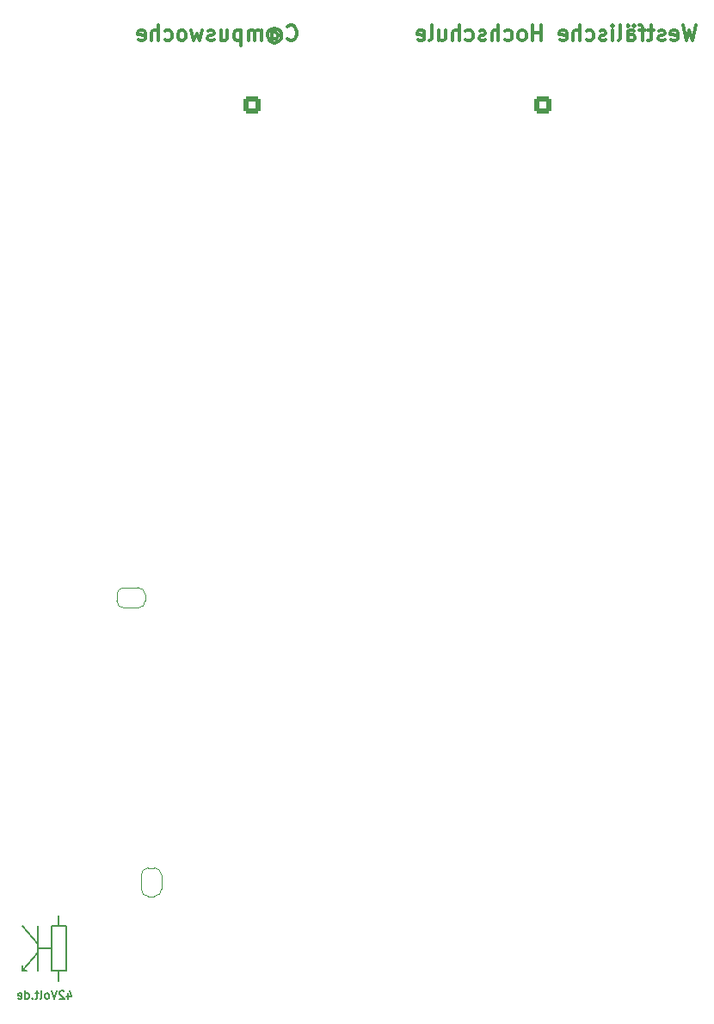
<source format=gbo>
G04 #@! TF.GenerationSoftware,KiCad,Pcbnew,6.0.6-2.fc35*
G04 #@! TF.CreationDate,2022-07-15T01:43:17+02:00*
G04 #@! TF.ProjectId,cw-amp-controll-board,63772d61-6d70-42d6-936f-6e74726f6c6c,rev?*
G04 #@! TF.SameCoordinates,Original*
G04 #@! TF.FileFunction,Legend,Bot*
G04 #@! TF.FilePolarity,Positive*
%FSLAX46Y46*%
G04 Gerber Fmt 4.6, Leading zero omitted, Abs format (unit mm)*
G04 Created by KiCad (PCBNEW 6.0.6-2.fc35) date 2022-07-15 01:43:17*
%MOMM*%
%LPD*%
G01*
G04 APERTURE LIST*
G04 Aperture macros list*
%AMRoundRect*
0 Rectangle with rounded corners*
0 $1 Rounding radius*
0 $2 $3 $4 $5 $6 $7 $8 $9 X,Y pos of 4 corners*
0 Add a 4 corners polygon primitive as box body*
4,1,4,$2,$3,$4,$5,$6,$7,$8,$9,$2,$3,0*
0 Add four circle primitives for the rounded corners*
1,1,$1+$1,$2,$3*
1,1,$1+$1,$4,$5*
1,1,$1+$1,$6,$7*
1,1,$1+$1,$8,$9*
0 Add four rect primitives between the rounded corners*
20,1,$1+$1,$2,$3,$4,$5,0*
20,1,$1+$1,$4,$5,$6,$7,0*
20,1,$1+$1,$6,$7,$8,$9,0*
20,1,$1+$1,$8,$9,$2,$3,0*%
%AMFreePoly0*
4,1,22,0.500000,-0.750000,0.000000,-0.750000,0.000000,-0.745033,-0.079941,-0.743568,-0.215256,-0.701293,-0.333266,-0.622738,-0.424486,-0.514219,-0.481581,-0.384460,-0.499164,-0.250000,-0.500000,-0.250000,-0.500000,0.250000,-0.499164,0.250000,-0.499963,0.256109,-0.478152,0.396186,-0.417904,0.524511,-0.324060,0.630769,-0.204165,0.706417,-0.067858,0.745374,0.000000,0.744959,0.000000,0.750000,
0.500000,0.750000,0.500000,-0.750000,0.500000,-0.750000,$1*%
%AMFreePoly1*
4,1,20,0.000000,0.744959,0.073905,0.744508,0.209726,0.703889,0.328688,0.626782,0.421226,0.519385,0.479903,0.390333,0.500000,0.250000,0.500000,-0.250000,0.499851,-0.262216,0.476331,-0.402017,0.414519,-0.529596,0.319384,-0.634700,0.198574,-0.708877,0.061801,-0.746166,0.000000,-0.745033,0.000000,-0.750000,-0.500000,-0.750000,-0.500000,0.750000,0.000000,0.750000,0.000000,0.744959,
0.000000,0.744959,$1*%
G04 Aperture macros list end*
%ADD10C,0.150000*%
%ADD11C,0.300000*%
%ADD12C,0.120000*%
%ADD13RoundRect,0.250000X0.600000X-0.600000X0.600000X0.600000X-0.600000X0.600000X-0.600000X-0.600000X0*%
%ADD14C,1.700000*%
%ADD15R,1.700000X1.700000*%
%ADD16O,1.700000X1.700000*%
%ADD17C,7.000000*%
%ADD18O,3.500000X2.600000*%
%ADD19C,1.800000*%
%ADD20FreePoly0,270.000000*%
%ADD21FreePoly1,270.000000*%
%ADD22FreePoly0,180.000000*%
%ADD23FreePoly1,180.000000*%
G04 APERTURE END LIST*
D10*
X114200000Y-153200000D02*
X113800000Y-153200000D01*
X116700000Y-151000000D02*
X115300000Y-151000000D01*
X115300000Y-148800000D02*
X115300000Y-153200000D01*
X113800000Y-153200000D02*
X115300000Y-151400000D01*
X117400000Y-147800000D02*
X117400000Y-148800000D01*
X113800000Y-148800000D02*
X115300000Y-150600000D01*
X116700000Y-153200000D02*
X118100000Y-153200000D01*
X118100000Y-153200000D02*
X118100000Y-148800000D01*
X118100000Y-148800000D02*
X116700000Y-148800000D01*
X117400000Y-154200000D02*
X117400000Y-153200000D01*
X116700000Y-148800000D02*
X116700000Y-153200000D01*
X113800000Y-152700000D02*
X113800000Y-153200000D01*
D11*
X139892857Y-61535714D02*
X139964285Y-61607142D01*
X140178571Y-61678571D01*
X140321428Y-61678571D01*
X140535714Y-61607142D01*
X140678571Y-61464285D01*
X140750000Y-61321428D01*
X140821428Y-61035714D01*
X140821428Y-60821428D01*
X140750000Y-60535714D01*
X140678571Y-60392857D01*
X140535714Y-60250000D01*
X140321428Y-60178571D01*
X140178571Y-60178571D01*
X139964285Y-60250000D01*
X139892857Y-60321428D01*
X138321428Y-60964285D02*
X138392857Y-60892857D01*
X138535714Y-60821428D01*
X138678571Y-60821428D01*
X138821428Y-60892857D01*
X138892857Y-60964285D01*
X138964285Y-61107142D01*
X138964285Y-61250000D01*
X138892857Y-61392857D01*
X138821428Y-61464285D01*
X138678571Y-61535714D01*
X138535714Y-61535714D01*
X138392857Y-61464285D01*
X138321428Y-61392857D01*
X138321428Y-60821428D02*
X138321428Y-61392857D01*
X138250000Y-61464285D01*
X138178571Y-61464285D01*
X138035714Y-61392857D01*
X137964285Y-61250000D01*
X137964285Y-60892857D01*
X138107142Y-60678571D01*
X138321428Y-60535714D01*
X138607142Y-60464285D01*
X138892857Y-60535714D01*
X139107142Y-60678571D01*
X139250000Y-60892857D01*
X139321428Y-61178571D01*
X139250000Y-61464285D01*
X139107142Y-61678571D01*
X138892857Y-61821428D01*
X138607142Y-61892857D01*
X138321428Y-61821428D01*
X138107142Y-61678571D01*
X137321428Y-61678571D02*
X137321428Y-60678571D01*
X137321428Y-60821428D02*
X137250000Y-60750000D01*
X137107142Y-60678571D01*
X136892857Y-60678571D01*
X136750000Y-60750000D01*
X136678571Y-60892857D01*
X136678571Y-61678571D01*
X136678571Y-60892857D02*
X136607142Y-60750000D01*
X136464285Y-60678571D01*
X136250000Y-60678571D01*
X136107142Y-60750000D01*
X136035714Y-60892857D01*
X136035714Y-61678571D01*
X135321428Y-60678571D02*
X135321428Y-62178571D01*
X135321428Y-60750000D02*
X135178571Y-60678571D01*
X134892857Y-60678571D01*
X134750000Y-60750000D01*
X134678571Y-60821428D01*
X134607142Y-60964285D01*
X134607142Y-61392857D01*
X134678571Y-61535714D01*
X134750000Y-61607142D01*
X134892857Y-61678571D01*
X135178571Y-61678571D01*
X135321428Y-61607142D01*
X133321428Y-60678571D02*
X133321428Y-61678571D01*
X133964285Y-60678571D02*
X133964285Y-61464285D01*
X133892857Y-61607142D01*
X133750000Y-61678571D01*
X133535714Y-61678571D01*
X133392857Y-61607142D01*
X133321428Y-61535714D01*
X132678571Y-61607142D02*
X132535714Y-61678571D01*
X132250000Y-61678571D01*
X132107142Y-61607142D01*
X132035714Y-61464285D01*
X132035714Y-61392857D01*
X132107142Y-61250000D01*
X132250000Y-61178571D01*
X132464285Y-61178571D01*
X132607142Y-61107142D01*
X132678571Y-60964285D01*
X132678571Y-60892857D01*
X132607142Y-60750000D01*
X132464285Y-60678571D01*
X132250000Y-60678571D01*
X132107142Y-60750000D01*
X131535714Y-60678571D02*
X131250000Y-61678571D01*
X130964285Y-60964285D01*
X130678571Y-61678571D01*
X130392857Y-60678571D01*
X129607142Y-61678571D02*
X129750000Y-61607142D01*
X129821428Y-61535714D01*
X129892857Y-61392857D01*
X129892857Y-60964285D01*
X129821428Y-60821428D01*
X129750000Y-60750000D01*
X129607142Y-60678571D01*
X129392857Y-60678571D01*
X129250000Y-60750000D01*
X129178571Y-60821428D01*
X129107142Y-60964285D01*
X129107142Y-61392857D01*
X129178571Y-61535714D01*
X129250000Y-61607142D01*
X129392857Y-61678571D01*
X129607142Y-61678571D01*
X127821428Y-61607142D02*
X127964285Y-61678571D01*
X128250000Y-61678571D01*
X128392857Y-61607142D01*
X128464285Y-61535714D01*
X128535714Y-61392857D01*
X128535714Y-60964285D01*
X128464285Y-60821428D01*
X128392857Y-60750000D01*
X128250000Y-60678571D01*
X127964285Y-60678571D01*
X127821428Y-60750000D01*
X127178571Y-61678571D02*
X127178571Y-60178571D01*
X126535714Y-61678571D02*
X126535714Y-60892857D01*
X126607142Y-60750000D01*
X126750000Y-60678571D01*
X126964285Y-60678571D01*
X127107142Y-60750000D01*
X127178571Y-60821428D01*
X125250000Y-61607142D02*
X125392857Y-61678571D01*
X125678571Y-61678571D01*
X125821428Y-61607142D01*
X125892857Y-61464285D01*
X125892857Y-60892857D01*
X125821428Y-60750000D01*
X125678571Y-60678571D01*
X125392857Y-60678571D01*
X125250000Y-60750000D01*
X125178571Y-60892857D01*
X125178571Y-61035714D01*
X125892857Y-61178571D01*
X180090714Y-60178571D02*
X179733571Y-61678571D01*
X179447857Y-60607142D01*
X179162142Y-61678571D01*
X178805000Y-60178571D01*
X177662142Y-61607142D02*
X177805000Y-61678571D01*
X178090714Y-61678571D01*
X178233571Y-61607142D01*
X178305000Y-61464285D01*
X178305000Y-60892857D01*
X178233571Y-60750000D01*
X178090714Y-60678571D01*
X177805000Y-60678571D01*
X177662142Y-60750000D01*
X177590714Y-60892857D01*
X177590714Y-61035714D01*
X178305000Y-61178571D01*
X177019285Y-61607142D02*
X176876428Y-61678571D01*
X176590714Y-61678571D01*
X176447857Y-61607142D01*
X176376428Y-61464285D01*
X176376428Y-61392857D01*
X176447857Y-61250000D01*
X176590714Y-61178571D01*
X176805000Y-61178571D01*
X176947857Y-61107142D01*
X177019285Y-60964285D01*
X177019285Y-60892857D01*
X176947857Y-60750000D01*
X176805000Y-60678571D01*
X176590714Y-60678571D01*
X176447857Y-60750000D01*
X175947857Y-60678571D02*
X175376428Y-60678571D01*
X175733571Y-60178571D02*
X175733571Y-61464285D01*
X175662142Y-61607142D01*
X175519285Y-61678571D01*
X175376428Y-61678571D01*
X175090714Y-60678571D02*
X174519285Y-60678571D01*
X174876428Y-61678571D02*
X174876428Y-60392857D01*
X174805000Y-60250000D01*
X174662142Y-60178571D01*
X174519285Y-60178571D01*
X173376428Y-61678571D02*
X173376428Y-60892857D01*
X173447857Y-60750000D01*
X173590714Y-60678571D01*
X173876428Y-60678571D01*
X174019285Y-60750000D01*
X173376428Y-61607142D02*
X173519285Y-61678571D01*
X173876428Y-61678571D01*
X174019285Y-61607142D01*
X174090714Y-61464285D01*
X174090714Y-61321428D01*
X174019285Y-61178571D01*
X173876428Y-61107142D01*
X173519285Y-61107142D01*
X173376428Y-61035714D01*
X174019285Y-60178571D02*
X173947857Y-60250000D01*
X174019285Y-60321428D01*
X174090714Y-60250000D01*
X174019285Y-60178571D01*
X174019285Y-60321428D01*
X173447857Y-60178571D02*
X173376428Y-60250000D01*
X173447857Y-60321428D01*
X173519285Y-60250000D01*
X173447857Y-60178571D01*
X173447857Y-60321428D01*
X172447857Y-61678571D02*
X172590714Y-61607142D01*
X172662142Y-61464285D01*
X172662142Y-60178571D01*
X171876428Y-61678571D02*
X171876428Y-60678571D01*
X171876428Y-60178571D02*
X171947857Y-60250000D01*
X171876428Y-60321428D01*
X171805000Y-60250000D01*
X171876428Y-60178571D01*
X171876428Y-60321428D01*
X171233571Y-61607142D02*
X171090714Y-61678571D01*
X170805000Y-61678571D01*
X170662142Y-61607142D01*
X170590714Y-61464285D01*
X170590714Y-61392857D01*
X170662142Y-61250000D01*
X170805000Y-61178571D01*
X171019285Y-61178571D01*
X171162142Y-61107142D01*
X171233571Y-60964285D01*
X171233571Y-60892857D01*
X171162142Y-60750000D01*
X171019285Y-60678571D01*
X170805000Y-60678571D01*
X170662142Y-60750000D01*
X169305000Y-61607142D02*
X169447857Y-61678571D01*
X169733571Y-61678571D01*
X169876428Y-61607142D01*
X169947857Y-61535714D01*
X170019285Y-61392857D01*
X170019285Y-60964285D01*
X169947857Y-60821428D01*
X169876428Y-60750000D01*
X169733571Y-60678571D01*
X169447857Y-60678571D01*
X169305000Y-60750000D01*
X168662142Y-61678571D02*
X168662142Y-60178571D01*
X168019285Y-61678571D02*
X168019285Y-60892857D01*
X168090714Y-60750000D01*
X168233571Y-60678571D01*
X168447857Y-60678571D01*
X168590714Y-60750000D01*
X168662142Y-60821428D01*
X166733571Y-61607142D02*
X166876428Y-61678571D01*
X167162142Y-61678571D01*
X167305000Y-61607142D01*
X167376428Y-61464285D01*
X167376428Y-60892857D01*
X167305000Y-60750000D01*
X167162142Y-60678571D01*
X166876428Y-60678571D01*
X166733571Y-60750000D01*
X166662142Y-60892857D01*
X166662142Y-61035714D01*
X167376428Y-61178571D01*
X164876428Y-61678571D02*
X164876428Y-60178571D01*
X164876428Y-60892857D02*
X164019285Y-60892857D01*
X164019285Y-61678571D02*
X164019285Y-60178571D01*
X163090714Y-61678571D02*
X163233571Y-61607142D01*
X163305000Y-61535714D01*
X163376428Y-61392857D01*
X163376428Y-60964285D01*
X163305000Y-60821428D01*
X163233571Y-60750000D01*
X163090714Y-60678571D01*
X162876428Y-60678571D01*
X162733571Y-60750000D01*
X162662142Y-60821428D01*
X162590714Y-60964285D01*
X162590714Y-61392857D01*
X162662142Y-61535714D01*
X162733571Y-61607142D01*
X162876428Y-61678571D01*
X163090714Y-61678571D01*
X161305000Y-61607142D02*
X161447857Y-61678571D01*
X161733571Y-61678571D01*
X161876428Y-61607142D01*
X161947857Y-61535714D01*
X162019285Y-61392857D01*
X162019285Y-60964285D01*
X161947857Y-60821428D01*
X161876428Y-60750000D01*
X161733571Y-60678571D01*
X161447857Y-60678571D01*
X161305000Y-60750000D01*
X160662142Y-61678571D02*
X160662142Y-60178571D01*
X160019285Y-61678571D02*
X160019285Y-60892857D01*
X160090714Y-60750000D01*
X160233571Y-60678571D01*
X160447857Y-60678571D01*
X160590714Y-60750000D01*
X160662142Y-60821428D01*
X159376428Y-61607142D02*
X159233571Y-61678571D01*
X158947857Y-61678571D01*
X158805000Y-61607142D01*
X158733571Y-61464285D01*
X158733571Y-61392857D01*
X158805000Y-61250000D01*
X158947857Y-61178571D01*
X159162142Y-61178571D01*
X159305000Y-61107142D01*
X159376428Y-60964285D01*
X159376428Y-60892857D01*
X159305000Y-60750000D01*
X159162142Y-60678571D01*
X158947857Y-60678571D01*
X158805000Y-60750000D01*
X157447857Y-61607142D02*
X157590714Y-61678571D01*
X157876428Y-61678571D01*
X158019285Y-61607142D01*
X158090714Y-61535714D01*
X158162142Y-61392857D01*
X158162142Y-60964285D01*
X158090714Y-60821428D01*
X158019285Y-60750000D01*
X157876428Y-60678571D01*
X157590714Y-60678571D01*
X157447857Y-60750000D01*
X156805000Y-61678571D02*
X156805000Y-60178571D01*
X156162142Y-61678571D02*
X156162142Y-60892857D01*
X156233571Y-60750000D01*
X156376428Y-60678571D01*
X156590714Y-60678571D01*
X156733571Y-60750000D01*
X156805000Y-60821428D01*
X154805000Y-60678571D02*
X154805000Y-61678571D01*
X155447857Y-60678571D02*
X155447857Y-61464285D01*
X155376428Y-61607142D01*
X155233571Y-61678571D01*
X155019285Y-61678571D01*
X154876428Y-61607142D01*
X154805000Y-61535714D01*
X153876428Y-61678571D02*
X154019285Y-61607142D01*
X154090714Y-61464285D01*
X154090714Y-60178571D01*
X152733571Y-61607142D02*
X152876428Y-61678571D01*
X153162142Y-61678571D01*
X153305000Y-61607142D01*
X153376428Y-61464285D01*
X153376428Y-60892857D01*
X153305000Y-60750000D01*
X153162142Y-60678571D01*
X152876428Y-60678571D01*
X152733571Y-60750000D01*
X152662142Y-60892857D01*
X152662142Y-61035714D01*
X153376428Y-61178571D01*
D10*
X118266666Y-155428571D02*
X118266666Y-155961904D01*
X118457142Y-155123809D02*
X118647619Y-155695238D01*
X118152380Y-155695238D01*
X117885714Y-155238095D02*
X117847619Y-155200000D01*
X117771428Y-155161904D01*
X117580952Y-155161904D01*
X117504761Y-155200000D01*
X117466666Y-155238095D01*
X117428571Y-155314285D01*
X117428571Y-155390476D01*
X117466666Y-155504761D01*
X117923809Y-155961904D01*
X117428571Y-155961904D01*
X117200000Y-155161904D02*
X116933333Y-155961904D01*
X116666666Y-155161904D01*
X116285714Y-155961904D02*
X116361904Y-155923809D01*
X116400000Y-155885714D01*
X116438095Y-155809523D01*
X116438095Y-155580952D01*
X116400000Y-155504761D01*
X116361904Y-155466666D01*
X116285714Y-155428571D01*
X116171428Y-155428571D01*
X116095238Y-155466666D01*
X116057142Y-155504761D01*
X116019047Y-155580952D01*
X116019047Y-155809523D01*
X116057142Y-155885714D01*
X116095238Y-155923809D01*
X116171428Y-155961904D01*
X116285714Y-155961904D01*
X115561904Y-155961904D02*
X115638095Y-155923809D01*
X115676190Y-155847619D01*
X115676190Y-155161904D01*
X115371428Y-155428571D02*
X115066666Y-155428571D01*
X115257142Y-155161904D02*
X115257142Y-155847619D01*
X115219047Y-155923809D01*
X115142857Y-155961904D01*
X115066666Y-155961904D01*
X114800000Y-155885714D02*
X114761904Y-155923809D01*
X114800000Y-155961904D01*
X114838095Y-155923809D01*
X114800000Y-155885714D01*
X114800000Y-155961904D01*
X114076190Y-155961904D02*
X114076190Y-155161904D01*
X114076190Y-155923809D02*
X114152380Y-155961904D01*
X114304761Y-155961904D01*
X114380952Y-155923809D01*
X114419047Y-155885714D01*
X114457142Y-155809523D01*
X114457142Y-155580952D01*
X114419047Y-155504761D01*
X114380952Y-155466666D01*
X114304761Y-155428571D01*
X114152380Y-155428571D01*
X114076190Y-155466666D01*
X113390476Y-155923809D02*
X113466666Y-155961904D01*
X113619047Y-155961904D01*
X113695238Y-155923809D01*
X113733333Y-155847619D01*
X113733333Y-155542857D01*
X113695238Y-155466666D01*
X113619047Y-155428571D01*
X113466666Y-155428571D01*
X113390476Y-155466666D01*
X113352380Y-155542857D01*
X113352380Y-155619047D01*
X113733333Y-155695238D01*
D12*
X127500000Y-145175000D02*
X127500000Y-143775000D01*
X125500000Y-143775000D02*
X125500000Y-145175000D01*
X126200000Y-145875000D02*
X126800000Y-145875000D01*
X126800000Y-143075000D02*
X126200000Y-143075000D01*
X127500000Y-143775000D02*
G75*
G03*
X126800000Y-143075000I-699999J1D01*
G01*
X126800000Y-145875000D02*
G75*
G03*
X127500000Y-145175000I0J700000D01*
G01*
X126200000Y-143075000D02*
G75*
G03*
X125500000Y-143775000I-1J-699999D01*
G01*
X125500000Y-145175000D02*
G75*
G03*
X126200000Y-145875000I700000J0D01*
G01*
X125200000Y-115500000D02*
X123800000Y-115500000D01*
X125900000Y-116800000D02*
X125900000Y-116200000D01*
X123100000Y-116200000D02*
X123100000Y-116800000D01*
X123800000Y-117500000D02*
X125200000Y-117500000D01*
X123800000Y-115500000D02*
G75*
G03*
X123100000Y-116200000I0J-700000D01*
G01*
X123100000Y-116800000D02*
G75*
G03*
X123800000Y-117500000I700000J0D01*
G01*
X125900000Y-116200000D02*
G75*
G03*
X125200000Y-115500000I-699999J1D01*
G01*
X125200000Y-117500000D02*
G75*
G03*
X125900000Y-116800000I1J699999D01*
G01*
%LPC*%
D13*
X165000000Y-68000000D03*
D14*
X165000000Y-65460000D03*
X167540000Y-68000000D03*
X167540000Y-65460000D03*
X170080000Y-68000000D03*
X170080000Y-65460000D03*
X172620000Y-68000000D03*
X172620000Y-65460000D03*
X175160000Y-68000000D03*
X175160000Y-65460000D03*
D13*
X136380000Y-68000000D03*
D14*
X136380000Y-65460000D03*
X138920000Y-68000000D03*
X138920000Y-65460000D03*
X141460000Y-68000000D03*
X141460000Y-65460000D03*
X144000000Y-68000000D03*
X144000000Y-65460000D03*
X146540000Y-68000000D03*
X146540000Y-65460000D03*
X149080000Y-68000000D03*
X149080000Y-65460000D03*
X151620000Y-68000000D03*
X151620000Y-65460000D03*
D15*
X124900000Y-64750000D03*
D16*
X122360000Y-64750000D03*
D17*
X155930588Y-147000000D03*
D18*
X184500000Y-139550000D03*
X184500000Y-150450000D03*
D19*
X185750000Y-147500000D03*
X185750000Y-142500000D03*
X185750000Y-145000000D03*
X183250000Y-142500000D03*
X183250000Y-147500000D03*
D15*
X148500000Y-148500000D03*
D16*
X148500000Y-145960000D03*
X148500000Y-143420000D03*
D15*
X121000000Y-119000000D03*
D16*
X121000000Y-116460000D03*
X121000000Y-113920000D03*
X121000000Y-111380000D03*
X121000000Y-108840000D03*
X121000000Y-106300000D03*
D20*
X126500000Y-143825000D03*
D21*
X126500000Y-145125000D03*
D22*
X125150000Y-116500000D03*
D23*
X123850000Y-116500000D03*
M02*

</source>
